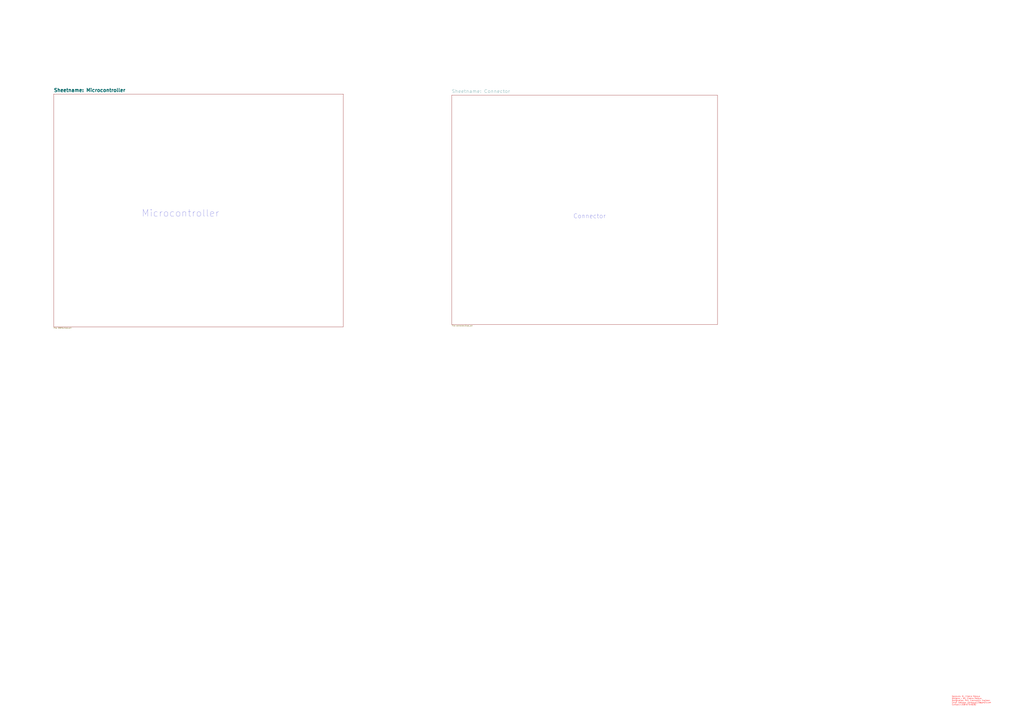
<source format=kicad_sch>
(kicad_sch
	(version 20231120)
	(generator "eeschema")
	(generator_version "8.0")
	(uuid "d50c188c-5b24-42e9-8250-6cdfecaa9908")
	(paper "A0")
	(title_block
		(title "Smart-Intelligent Battey Management System")
		(date "27. 7. 2024")
		(rev "Rev01")
		(company "AARCtronics")
		(comment 1 "WWW.AARCtronics.com")
	)
	(lib_symbols)
	(text "Microcontroller"
		(exclude_from_sim no)
		(at 209.55 247.904 0)
		(effects
			(font
				(size 8 8)
			)
		)
		(uuid "0a970167-d8df-47af-addb-a5a682055abd")
	)
	(text "Connector"
		(exclude_from_sim no)
		(at 684.53 251.206 0)
		(effects
			(font
				(size 5 5)
			)
		)
		(uuid "12362297-0596-4075-a9b9-11bf6782c2a1")
	)
	(text "Approver: Dr. Chakra Rokaya\nDesigner : DR. Chakra Rokaya\nDesignation: PhD, Electronics Engineer\nEmail Address: cbrokaya123@gmail.com\nContact:+358407548282"
		(exclude_from_sim no)
		(at 1105.154 814.07 0)
		(effects
			(font
				(size 1.5 1.5)
				(color 255 0 0 1)
			)
			(justify left)
		)
		(uuid "f67c6b24-75b1-449b-abd1-0da1f1b7e780")
	)
	(sheet
		(at 524.51 110.49)
		(size 308.61 266.7)
		(fields_autoplaced yes)
		(stroke
			(width 0.1524)
			(type solid)
		)
		(fill
			(color 0 0 0 0.0000)
		)
		(uuid "05b9cb54-8123-4b9f-ad17-ff26eba0ce2d")
		(property "Sheetname" "Connector"
			(at 524.51 108.4134 0)
			(show_name yes)
			(effects
				(font
					(size 4 4)
				)
				(justify left bottom)
			)
		)
		(property "Sheetfile" "connector.kicad_sch"
			(at 524.51 377.7746 0)
			(effects
				(font
					(size 1.27 1.27)
				)
				(justify left top)
			)
		)
		(instances
			(project "SiBMS_REV01"
				(path "/d50c188c-5b24-42e9-8250-6cdfecaa9908"
					(page "3")
				)
			)
		)
	)
	(sheet
		(at 62.23 109.22)
		(size 336.55 270.51)
		(fields_autoplaced yes)
		(stroke
			(width 0.1524)
			(type solid)
		)
		(fill
			(color 0 0 0 0.0000)
		)
		(uuid "c78a4af1-7989-4164-ae88-ae4890deef25")
		(property "Sheetname" "Microcontroller"
			(at 62.23 107.1434 0)
			(show_name yes)
			(effects
				(font
					(size 4 4)
					(bold yes)
				)
				(justify left bottom)
			)
		)
		(property "Sheetfile" "SiBMS.kicad_sch"
			(at 62.23 380.3146 0)
			(effects
				(font
					(size 1.27 1.27)
				)
				(justify left top)
			)
		)
		(instances
			(project "SiBMS_REV01"
				(path "/d50c188c-5b24-42e9-8250-6cdfecaa9908"
					(page "2")
				)
			)
		)
	)
	(sheet_instances
		(path "/"
			(page "1")
		)
	)
)

</source>
